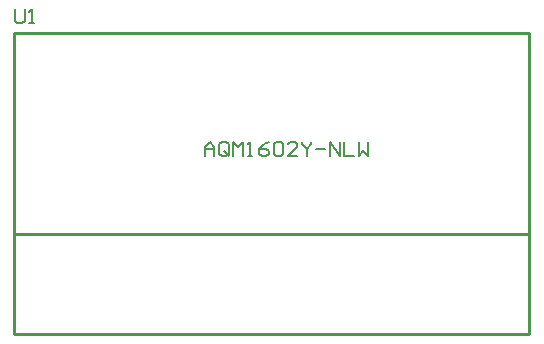
<source format=gto>
G04*
G04 #@! TF.GenerationSoftware,Altium Limited,Altium Designer,22.4.2 (48)*
G04*
G04 Layer_Color=65535*
%FSLAX25Y25*%
%MOIN*%
G70*
G04*
G04 #@! TF.SameCoordinates,3C072E9B-22AA-40BF-B50C-96CCD76C562D*
G04*
G04*
G04 #@! TF.FilePolarity,Positive*
G04*
G01*
G75*
%ADD10C,0.01000*%
%ADD11C,0.00787*%
D10*
X34409Y8268D02*
X206063D01*
X34409Y108543D02*
X206063D01*
X34409Y8268D02*
Y108543D01*
X206063Y8268D02*
Y108543D01*
X34409Y41535D02*
X206063D01*
D11*
X97933Y67716D02*
Y70865D01*
X99507Y72439D01*
X101082Y70865D01*
Y67716D01*
Y70078D01*
X97933D01*
X105805Y68504D02*
Y71652D01*
X105017Y72439D01*
X103443D01*
X102656Y71652D01*
Y68504D01*
X103443Y67716D01*
X105017D01*
X104230Y69291D02*
X105805Y67716D01*
X105017D02*
X105805Y68504D01*
X107379Y67716D02*
Y72439D01*
X108953Y70865D01*
X110527Y72439D01*
Y67716D01*
X112102D02*
X113676D01*
X112889D01*
Y72439D01*
X112102Y71652D01*
X119186Y72439D02*
X117612Y71652D01*
X116037Y70078D01*
Y68504D01*
X116825Y67716D01*
X118399D01*
X119186Y68504D01*
Y69291D01*
X118399Y70078D01*
X116037D01*
X120760Y71652D02*
X121547Y72439D01*
X123122D01*
X123909Y71652D01*
Y68504D01*
X123122Y67716D01*
X121547D01*
X120760Y68504D01*
Y71652D01*
X128632Y67716D02*
X125483D01*
X128632Y70865D01*
Y71652D01*
X127845Y72439D01*
X126270D01*
X125483Y71652D01*
X130206Y72439D02*
Y71652D01*
X131780Y70078D01*
X133355Y71652D01*
Y72439D01*
X131780Y70078D02*
Y67716D01*
X134929Y70078D02*
X138078D01*
X139652Y67716D02*
Y72439D01*
X142800Y67716D01*
Y72439D01*
X144375D02*
Y67716D01*
X147523D01*
X149098Y72439D02*
Y67716D01*
X150672Y69291D01*
X152246Y67716D01*
Y72439D01*
X34613Y116595D02*
Y112660D01*
X35401Y111872D01*
X36975D01*
X37762Y112660D01*
Y116595D01*
X39336Y111872D02*
X40911D01*
X40123D01*
Y116595D01*
X39336Y115808D01*
M02*

</source>
